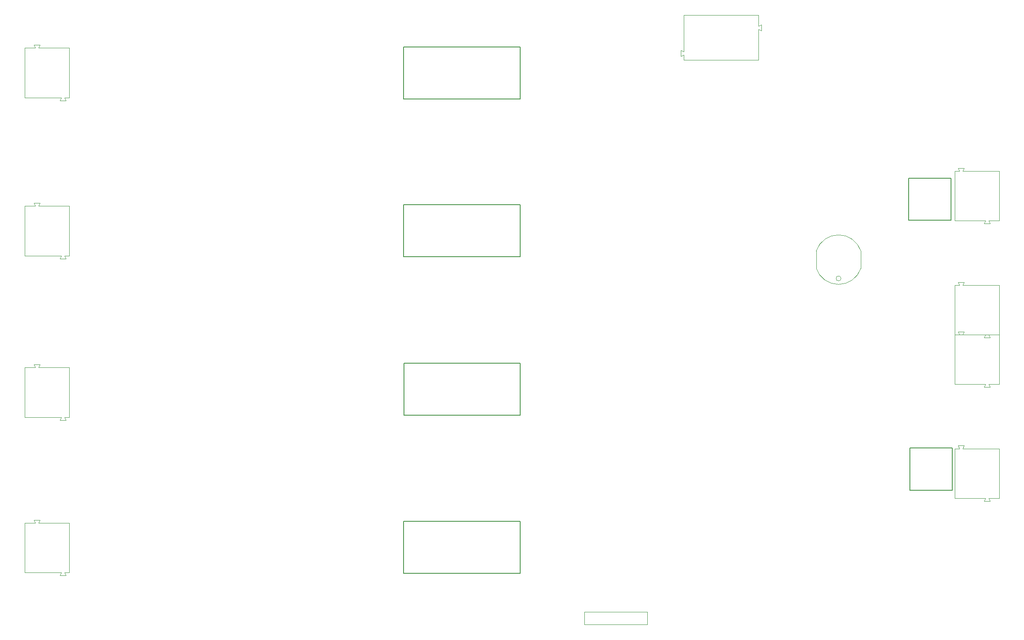
<source format=gbr>
%TF.GenerationSoftware,Altium Limited,Altium Designer,21.6.4 (81)*%
G04 Layer_Color=32768*
%FSLAX43Y43*%
%MOMM*%
%TF.SameCoordinates,5D8205C6-A8A5-4108-8313-488A8EE5113E*%
%TF.FilePolarity,Positive*%
%TF.FileFunction,Other,Top_3D_Body*%
%TF.Part,Single*%
G01*
G75*
%TA.AperFunction,NonConductor*%
%ADD82C,0.200*%
%ADD117C,0.100*%
D82*
X130672Y151772D02*
Y162272D01*
X107172D02*
X130672D01*
X107172Y151772D02*
Y162272D01*
Y151772D02*
X130672D01*
X217864Y72833D02*
Y81333D01*
X209364Y72833D02*
X217864D01*
X209364D02*
Y81333D01*
X217864D01*
X209110Y127322D02*
Y135822D01*
X217610D01*
Y127322D02*
Y135822D01*
X209110Y127322D02*
X217610D01*
X130672Y119972D02*
Y130472D01*
X107172D02*
X130672D01*
X107172Y119972D02*
Y130472D01*
Y119972D02*
X130672D01*
X107199Y87968D02*
X130699D01*
X107199D02*
Y98468D01*
X130699D01*
Y87968D02*
Y98468D01*
X130672Y56091D02*
Y66591D01*
X107172D02*
X130672D01*
X107172Y56091D02*
Y66591D01*
Y56091D02*
X130672D01*
D117*
X195445Y115580D02*
G03*
X195445Y115580I-500J0D01*
G01*
X190445Y117630D02*
G03*
X199445Y117630I4500J1490D01*
G01*
Y121130D02*
G03*
X190445Y121130I-4500J-1490D01*
G01*
Y117630D02*
Y121130D01*
X199445Y117630D02*
Y121130D01*
X143637Y48260D02*
X156337D01*
X143637Y45720D02*
X156337D01*
X143637D02*
Y48260D01*
X156337Y45720D02*
Y48260D01*
X220043Y114231D02*
X220293Y114831D01*
X219093D02*
X220293D01*
X219093D02*
X219343Y114231D01*
X224293Y103631D02*
X224543Y104231D01*
X225243D02*
X225493Y103631D01*
X224293D02*
X225493D01*
X218393Y104231D02*
X224543D01*
X225243D02*
X227393D01*
Y114231D01*
X218393Y104231D02*
Y114231D01*
X219343D01*
X220043D02*
X227393D01*
X220043Y104227D02*
X220293Y104827D01*
X219093D02*
X220293D01*
X219093D02*
X219343Y104227D01*
X224293Y93627D02*
X224543Y94227D01*
X225243D02*
X225493Y93627D01*
X224293D02*
X225493D01*
X218393Y94227D02*
X224543D01*
X225243D02*
X227393D01*
Y104227D01*
X218393Y94227D02*
Y104227D01*
X219343D01*
X220043D02*
X227393D01*
X220043Y81240D02*
X227393D01*
X218393D02*
X219343D01*
X218393Y71240D02*
Y81240D01*
X227393Y71240D02*
Y81240D01*
X225243Y71240D02*
X227393D01*
X218393D02*
X224543D01*
X224293Y70640D02*
X225493D01*
X225243Y71240D02*
X225493Y70640D01*
X224293D02*
X224543Y71240D01*
X219093Y81840D02*
X219343Y81240D01*
X219093Y81840D02*
X220293D01*
X220043Y81240D02*
X220293Y81840D01*
X220043Y137247D02*
X227393D01*
X218393D02*
X219343D01*
X218393Y127247D02*
Y137247D01*
X227393Y127247D02*
Y137247D01*
X225243Y127247D02*
X227393D01*
X218393D02*
X224543D01*
X224293Y126647D02*
X225493D01*
X225243Y127247D02*
X225493Y126647D01*
X224293D02*
X224543Y127247D01*
X219093Y137847D02*
X219343Y137247D01*
X219093Y137847D02*
X220293D01*
X220043Y137247D02*
X220293Y137847D01*
X178743Y165869D02*
X179343Y165619D01*
X178743Y166569D02*
X179343Y166819D01*
Y165619D02*
Y166819D01*
X178743Y159719D02*
Y165869D01*
Y166569D02*
Y168719D01*
X163743D02*
X178743D01*
X163743Y159719D02*
X178743D01*
X163743Y161369D02*
Y168719D01*
Y159719D02*
Y160669D01*
X163143Y160419D02*
X163743Y160669D01*
X163143Y160419D02*
Y161619D01*
X163743Y161369D01*
X30679Y152099D02*
X38029D01*
X38729D02*
X39679D01*
Y162099D01*
X30679Y152099D02*
Y162099D01*
X32829D01*
X33529D02*
X39679D01*
X32579Y162699D02*
X33779D01*
X32579D02*
X32829Y162099D01*
X33529D02*
X33779Y162699D01*
X38729Y152099D02*
X38979Y151499D01*
X37779D02*
X38979D01*
X37779D02*
X38029Y152099D01*
X30671Y120182D02*
X38021D01*
X38721D02*
X39671D01*
Y130182D01*
X30671Y120182D02*
Y130182D01*
X32821D01*
X33521D02*
X39671D01*
X32571Y130782D02*
X33771D01*
X32571D02*
X32821Y130182D01*
X33521D02*
X33771Y130782D01*
X38721Y120182D02*
X38971Y119582D01*
X37771D02*
X38971D01*
X37771D02*
X38021Y120182D01*
X30679Y87583D02*
X38029D01*
X38729D02*
X39679D01*
Y97583D01*
X30679Y87583D02*
Y97583D01*
X32829D01*
X33529D02*
X39679D01*
X32579Y98183D02*
X33779D01*
X32579D02*
X32829Y97583D01*
X33529D02*
X33779Y98183D01*
X38729Y87583D02*
X38979Y86983D01*
X37779D02*
X38979D01*
X37779D02*
X38029Y87583D01*
X30679Y56214D02*
X38029D01*
X38729D02*
X39679D01*
Y66214D01*
X30679Y56214D02*
Y66214D01*
X32829D01*
X33529D02*
X39679D01*
X32579Y66814D02*
X33779D01*
X32579D02*
X32829Y66214D01*
X33529D02*
X33779Y66814D01*
X38729Y56214D02*
X38979Y55614D01*
X37779D02*
X38979D01*
X37779D02*
X38029Y56214D01*
%TF.MD5,d67b85ff766d0b7a34a3040828b586ad*%
M02*

</source>
